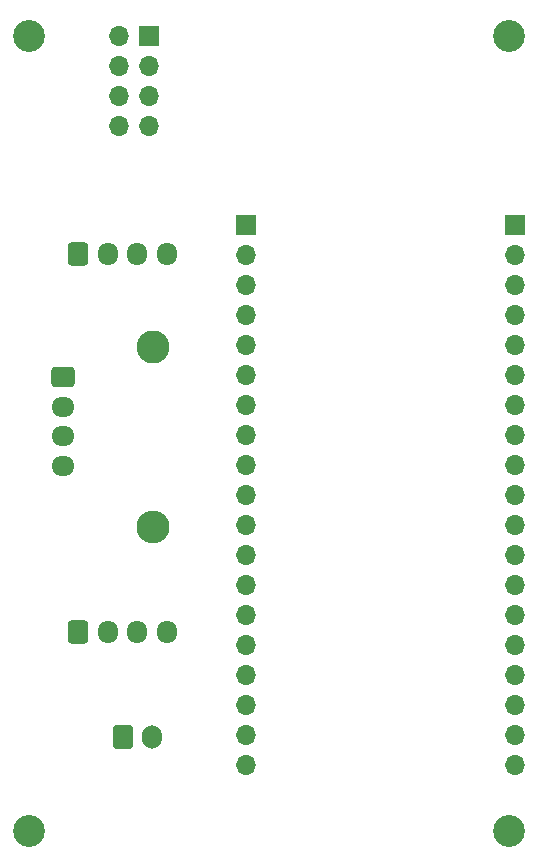
<source format=gbr>
%TF.GenerationSoftware,KiCad,Pcbnew,(6.0.2)*%
%TF.CreationDate,2022-03-10T14:49:54-08:00*%
%TF.ProjectId,node,6e6f6465-2e6b-4696-9361-645f70636258,rev?*%
%TF.SameCoordinates,Original*%
%TF.FileFunction,Soldermask,Bot*%
%TF.FilePolarity,Negative*%
%FSLAX46Y46*%
G04 Gerber Fmt 4.6, Leading zero omitted, Abs format (unit mm)*
G04 Created by KiCad (PCBNEW (6.0.2)) date 2022-03-10 14:49:54*
%MOMM*%
%LPD*%
G01*
G04 APERTURE LIST*
G04 Aperture macros list*
%AMRoundRect*
0 Rectangle with rounded corners*
0 $1 Rounding radius*
0 $2 $3 $4 $5 $6 $7 $8 $9 X,Y pos of 4 corners*
0 Add a 4 corners polygon primitive as box body*
4,1,4,$2,$3,$4,$5,$6,$7,$8,$9,$2,$3,0*
0 Add four circle primitives for the rounded corners*
1,1,$1+$1,$2,$3*
1,1,$1+$1,$4,$5*
1,1,$1+$1,$6,$7*
1,1,$1+$1,$8,$9*
0 Add four rect primitives between the rounded corners*
20,1,$1+$1,$2,$3,$4,$5,0*
20,1,$1+$1,$4,$5,$6,$7,0*
20,1,$1+$1,$6,$7,$8,$9,0*
20,1,$1+$1,$8,$9,$2,$3,0*%
G04 Aperture macros list end*
%ADD10C,2.700000*%
%ADD11R,1.700000X1.700000*%
%ADD12O,1.700000X1.700000*%
%ADD13RoundRect,0.250000X-0.600000X-0.750000X0.600000X-0.750000X0.600000X0.750000X-0.600000X0.750000X0*%
%ADD14O,1.700000X2.000000*%
%ADD15C,2.800000*%
%ADD16O,2.800000X2.800000*%
%ADD17RoundRect,0.250000X-0.600000X-0.725000X0.600000X-0.725000X0.600000X0.725000X-0.600000X0.725000X0*%
%ADD18O,1.700000X1.950000*%
%ADD19RoundRect,0.250000X-0.725000X0.600000X-0.725000X-0.600000X0.725000X-0.600000X0.725000X0.600000X0*%
%ADD20O,1.950000X1.700000*%
G04 APERTURE END LIST*
D10*
%TO.C,REF1*%
X44670000Y-37177500D03*
%TD*%
D11*
%TO.C,J2*%
X85825400Y-53127500D03*
D12*
X85825400Y-55667500D03*
X85825400Y-58207500D03*
X85825400Y-60747500D03*
X85825400Y-63287500D03*
X85825400Y-65827500D03*
X85825400Y-68367500D03*
X85825400Y-70907500D03*
X85825400Y-73447500D03*
X85825400Y-75987500D03*
X85825400Y-78527500D03*
X85825400Y-81067500D03*
X85825400Y-83607500D03*
X85825400Y-86147500D03*
X85825400Y-88687500D03*
X85825400Y-91227500D03*
X85825400Y-93767500D03*
X85825400Y-96307500D03*
X85825400Y-98847500D03*
%TD*%
D13*
%TO.C,J4*%
X52624583Y-96527500D03*
D14*
X55124583Y-96527500D03*
%TD*%
D10*
%TO.C,REF4*%
X85310000Y-104487500D03*
%TD*%
D11*
%TO.C,J1*%
X63085418Y-53127500D03*
D12*
X63085418Y-55667500D03*
X63085418Y-58207500D03*
X63085418Y-60747500D03*
X63085418Y-63287500D03*
X63085418Y-65827500D03*
X63085418Y-68367500D03*
X63085418Y-70907500D03*
X63085418Y-73447500D03*
X63085418Y-75987500D03*
X63085418Y-78527500D03*
X63085418Y-81067500D03*
X63085418Y-83607500D03*
X63085418Y-86147500D03*
X63085418Y-88687500D03*
X63085418Y-91227500D03*
X63085418Y-93767500D03*
X63085418Y-96307500D03*
X63085418Y-98847500D03*
%TD*%
D10*
%TO.C,REF3*%
X44670000Y-104487500D03*
%TD*%
D15*
%TO.C,R1*%
X55164583Y-63507500D03*
D16*
X55164583Y-78747500D03*
%TD*%
D17*
%TO.C,J5*%
X48874583Y-55587500D03*
D18*
X51374583Y-55587500D03*
X53874583Y-55587500D03*
X56374583Y-55587500D03*
%TD*%
D19*
%TO.C,J6*%
X47544583Y-66047500D03*
D20*
X47544583Y-68547500D03*
X47544583Y-71047500D03*
X47544583Y-73547500D03*
%TD*%
D17*
%TO.C,J7*%
X48874583Y-87577500D03*
D18*
X51374583Y-87577500D03*
X53874583Y-87577500D03*
X56374583Y-87577500D03*
%TD*%
D12*
%TO.C,J3*%
X54850000Y-44797500D03*
X52310000Y-44797500D03*
X54850000Y-42257500D03*
X52310000Y-42257500D03*
X54850000Y-39717500D03*
X52310000Y-39717500D03*
D11*
X54850000Y-37177500D03*
D12*
X52310000Y-37177500D03*
%TD*%
D10*
%TO.C,REF2*%
X85310000Y-37177500D03*
%TD*%
M02*

</source>
